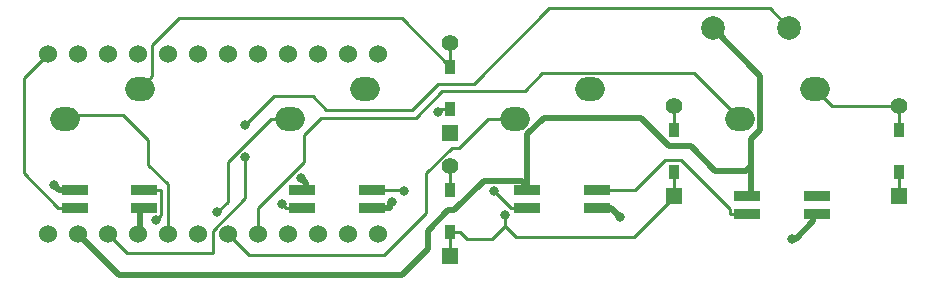
<source format=gbl>
G04 #@! TF.GenerationSoftware,KiCad,Pcbnew,(7.0.0)*
G04 #@! TF.CreationDate,2023-03-28T15:00:26+09:00*
G04 #@! TF.ProjectId,kosame4,6b6f7361-6d65-4342-9e6b-696361645f70,rev?*
G04 #@! TF.SameCoordinates,Original*
G04 #@! TF.FileFunction,Copper,L2,Bot*
G04 #@! TF.FilePolarity,Positive*
%FSLAX46Y46*%
G04 Gerber Fmt 4.6, Leading zero omitted, Abs format (unit mm)*
G04 Created by KiCad (PCBNEW (7.0.0)) date 2023-03-28 15:00:26*
%MOMM*%
%LPD*%
G01*
G04 APERTURE LIST*
G04 #@! TA.AperFunction,SMDPad,CuDef*
%ADD10R,2.200000X0.820000*%
G04 #@! TD*
G04 #@! TA.AperFunction,ComponentPad*
%ADD11O,2.500000X2.000000*%
G04 #@! TD*
G04 #@! TA.AperFunction,ComponentPad*
%ADD12R,1.397000X1.397000*%
G04 #@! TD*
G04 #@! TA.AperFunction,SMDPad,CuDef*
%ADD13R,0.950000X1.300000*%
G04 #@! TD*
G04 #@! TA.AperFunction,ComponentPad*
%ADD14C,1.397000*%
G04 #@! TD*
G04 #@! TA.AperFunction,ComponentPad*
%ADD15C,1.524000*%
G04 #@! TD*
G04 #@! TA.AperFunction,ComponentPad*
%ADD16C,2.000000*%
G04 #@! TD*
G04 #@! TA.AperFunction,ViaPad*
%ADD17C,0.800000*%
G04 #@! TD*
G04 #@! TA.AperFunction,Conductor*
%ADD18C,0.500000*%
G04 #@! TD*
G04 #@! TA.AperFunction,Conductor*
%ADD19C,0.250000*%
G04 #@! TD*
G04 APERTURE END LIST*
D10*
X62699999Y-36829999D03*
X56799999Y-36829999D03*
X56799999Y-38329999D03*
X62699999Y-38329999D03*
D11*
X36671299Y-30797499D03*
X43021299Y-28257499D03*
D12*
X69341999Y-32006999D03*
D13*
X69341999Y-29971999D03*
X69341999Y-26421999D03*
D14*
X69342000Y-24387000D03*
D15*
X35242500Y-25307200D03*
X37782500Y-25307200D03*
X40322500Y-25307200D03*
X42862500Y-25307200D03*
X45402500Y-25307200D03*
X47942500Y-25307200D03*
X50482500Y-25307200D03*
X53022500Y-25307200D03*
X55562500Y-25307200D03*
X58102500Y-25307200D03*
X60642500Y-25307200D03*
X63182500Y-25307200D03*
X63182500Y-40527200D03*
X60642500Y-40527200D03*
X58102500Y-40527200D03*
X55562500Y-40527200D03*
X53022500Y-40527200D03*
X50482500Y-40527200D03*
X47942500Y-40527200D03*
X45402500Y-40527200D03*
X42862500Y-40527200D03*
X40322500Y-40527200D03*
X37782500Y-40527200D03*
X35242500Y-40527200D03*
D10*
X100362499Y-37349999D03*
X94462499Y-37349999D03*
X94462499Y-38849999D03*
X100362499Y-38849999D03*
X43431299Y-36829999D03*
X37531299Y-36829999D03*
X37531299Y-38329999D03*
X43431299Y-38329999D03*
X81749999Y-36829999D03*
X75849999Y-36829999D03*
X75849999Y-38329999D03*
X81749999Y-38329999D03*
D11*
X55721299Y-30797499D03*
X62071299Y-28257499D03*
X74771299Y-30797499D03*
X81121299Y-28257499D03*
D12*
X107314999Y-37334999D03*
D13*
X107314999Y-35299999D03*
X107314999Y-31749999D03*
D14*
X107315000Y-29715000D03*
D12*
X69341999Y-42417999D03*
D13*
X69341999Y-40382999D03*
X69341999Y-36832999D03*
D14*
X69342000Y-34798000D03*
D12*
X88264999Y-37334999D03*
D13*
X88264999Y-35299999D03*
X88264999Y-31749999D03*
D14*
X88265000Y-29715000D03*
D11*
X93821299Y-30797499D03*
X100171299Y-28257499D03*
D16*
X98044000Y-23114000D03*
X91544000Y-23114000D03*
D17*
X68259000Y-30254900D03*
X73921100Y-38955100D03*
X83726100Y-39127100D03*
X98291300Y-40946100D03*
X64405600Y-37844500D03*
X44437700Y-39355400D03*
X55054800Y-38009900D03*
X56682900Y-35807000D03*
X35777800Y-36406800D03*
X65431100Y-36935500D03*
X73030400Y-36935500D03*
X49591900Y-38735100D03*
X51950000Y-31350000D03*
X51950000Y-34050000D03*
D18*
X41305300Y-44050000D02*
X37782500Y-40527200D01*
X67400000Y-41850000D02*
X65200000Y-44050000D01*
X69150000Y-38550000D02*
X67400000Y-40300000D01*
X72141500Y-36058500D02*
X69650000Y-38550000D01*
X69650000Y-38550000D02*
X69150000Y-38550000D01*
X75428500Y-36058500D02*
X72141500Y-36058500D01*
X65200000Y-44050000D02*
X41305300Y-44050000D01*
X76200000Y-36830000D02*
X75428500Y-36058500D01*
X67400000Y-40300000D02*
X67400000Y-41850000D01*
D19*
X67307900Y-35382600D02*
X69447300Y-33243200D01*
X69447300Y-33243200D02*
X70049600Y-33243200D01*
X67307900Y-38792100D02*
X67307900Y-35382600D01*
X70049600Y-33243200D02*
X72495300Y-30797500D01*
X72495300Y-30797500D02*
X74771300Y-30797500D01*
X52305300Y-42350000D02*
X63750000Y-42350000D01*
X50482500Y-40527200D02*
X52305300Y-42350000D01*
X63750000Y-42350000D02*
X67307900Y-38792100D01*
X89956300Y-26932500D02*
X93821300Y-30797500D01*
X77131300Y-26932500D02*
X89956300Y-26932500D01*
X75613800Y-28450000D02*
X77131300Y-26932500D01*
X66400000Y-30700000D02*
X68650000Y-28450000D01*
X58350000Y-30700000D02*
X66400000Y-30700000D01*
X56900000Y-32150000D02*
X58350000Y-30700000D01*
X56900000Y-34495100D02*
X56900000Y-32150000D01*
X68650000Y-28450000D02*
X75613800Y-28450000D01*
X53022500Y-38372600D02*
X56900000Y-34495100D01*
X53022500Y-40527200D02*
X53022500Y-38372600D01*
X68250000Y-27850000D02*
X71300000Y-27850000D01*
X58834800Y-30034800D02*
X66065200Y-30034800D01*
X66065200Y-30034800D02*
X68250000Y-27850000D01*
X71300000Y-27850000D02*
X77700000Y-21450000D01*
X96380000Y-21450000D02*
X98044000Y-23114000D01*
X57700000Y-28900000D02*
X58834800Y-30034800D01*
X54400000Y-28900000D02*
X57700000Y-28900000D01*
X77700000Y-21450000D02*
X96380000Y-21450000D01*
X51950000Y-31350000D02*
X54400000Y-28900000D01*
X44100000Y-27178800D02*
X43021300Y-28257500D01*
X44100000Y-24550000D02*
X44100000Y-27178800D01*
X46350000Y-22300000D02*
X44100000Y-24550000D01*
X65220000Y-22300000D02*
X46350000Y-22300000D01*
X69342000Y-26422000D02*
X65220000Y-22300000D01*
X69342000Y-24387000D02*
X69342000Y-26422000D01*
X70142100Y-40383000D02*
X70709100Y-40950000D01*
X74918900Y-40850000D02*
X84850000Y-40850000D01*
X69342000Y-40383000D02*
X69342000Y-42418000D01*
X88265000Y-37435000D02*
X88265000Y-37335000D01*
X69342000Y-29972000D02*
X68541900Y-29972000D01*
X68259000Y-30254900D02*
X68541900Y-29972000D01*
X88265000Y-35300000D02*
X88265000Y-37335000D01*
X73921100Y-38955100D02*
X73921100Y-39852200D01*
X69342000Y-40383000D02*
X70142100Y-40383000D01*
X73921100Y-39852200D02*
X74918900Y-40850000D01*
X84850000Y-40850000D02*
X88265000Y-37435000D01*
X72823300Y-40950000D02*
X73921100Y-39852200D01*
X107315000Y-35300000D02*
X107315000Y-37335000D01*
X70709100Y-40950000D02*
X72823300Y-40950000D01*
X69342000Y-34798000D02*
X69342000Y-36833000D01*
X88265000Y-31750000D02*
X88265000Y-29715000D01*
X107315000Y-29715000D02*
X107315000Y-31750000D01*
X100171300Y-28257500D02*
X101628800Y-29715000D01*
X101628800Y-29715000D02*
X107315000Y-29715000D01*
D18*
X98563600Y-40946100D02*
X100012500Y-39497200D01*
X64405600Y-37844500D02*
X64250100Y-38000000D01*
X83726100Y-39126100D02*
X82930000Y-38330000D01*
X98291300Y-40946100D02*
X98563600Y-40946100D01*
X62350000Y-38330000D02*
X64250100Y-38330000D01*
X83726100Y-39127100D02*
X83726100Y-39126100D01*
X42862500Y-40527200D02*
X43081300Y-40308400D01*
X64250100Y-38000000D02*
X64250100Y-38330000D01*
X43081300Y-40308400D02*
X43081300Y-38330000D01*
X100012500Y-39497200D02*
X100012500Y-38850000D01*
X82930000Y-38330000D02*
X81400000Y-38330000D01*
D19*
X43081300Y-36830000D02*
X44856400Y-36830000D01*
X44856400Y-38936700D02*
X44437700Y-39355400D01*
X55374900Y-38330000D02*
X55054800Y-38009900D01*
X57150000Y-38330000D02*
X55374900Y-38330000D01*
X44856400Y-36830000D02*
X44856400Y-38936700D01*
D18*
X91746100Y-35200000D02*
X94351200Y-35200000D01*
X57150000Y-36274100D02*
X57150000Y-36830000D01*
X91544000Y-23114000D02*
X95569400Y-27139400D01*
X76200000Y-36830000D02*
X75850000Y-36480000D01*
X94812500Y-32535600D02*
X94812500Y-34738700D01*
X36201000Y-36830000D02*
X35777800Y-36406800D01*
X87865100Y-33130500D02*
X89676600Y-33130500D01*
X85434600Y-30700000D02*
X87865100Y-33130500D01*
X75850000Y-32100000D02*
X77250000Y-30700000D01*
X56682900Y-35807000D02*
X57150000Y-36274100D01*
X75850000Y-36480000D02*
X75850000Y-32100000D01*
X95569400Y-31778700D02*
X94812500Y-32535600D01*
X94812500Y-34738700D02*
X94812500Y-37350000D01*
X37881300Y-36830000D02*
X36201000Y-36830000D01*
X77250000Y-30700000D02*
X85434600Y-30700000D01*
X94351200Y-35200000D02*
X94812500Y-34738700D01*
X89676600Y-33130500D02*
X91746100Y-35200000D01*
X95569400Y-27139400D02*
X95569400Y-31778700D01*
D19*
X33200000Y-27349700D02*
X33200000Y-35423800D01*
X36106200Y-38330000D02*
X37881300Y-38330000D01*
X33200000Y-35423800D02*
X36106200Y-38330000D01*
X35242500Y-25307200D02*
X33200000Y-27349700D01*
X76200000Y-38330000D02*
X74424900Y-38330000D01*
X62350000Y-36830000D02*
X64125100Y-36830000D01*
X64125100Y-36830000D02*
X65325600Y-36830000D01*
X74424900Y-38330000D02*
X73030400Y-36935500D01*
X65325600Y-36830000D02*
X65431100Y-36935500D01*
X93037400Y-38476500D02*
X93037400Y-38850000D01*
X87466500Y-34324800D02*
X88885700Y-34324800D01*
X94812500Y-38850000D02*
X93037400Y-38850000D01*
X84961300Y-36830000D02*
X87466500Y-34324800D01*
X81400000Y-36830000D02*
X84961300Y-36830000D01*
X88885700Y-34324800D02*
X93037400Y-38476500D01*
X45402500Y-40527200D02*
X45402500Y-36328700D01*
X45402500Y-36328700D02*
X43763800Y-34690000D01*
X43763800Y-32563800D02*
X41650000Y-30450000D01*
X41650000Y-30450000D02*
X37018800Y-30450000D01*
X37018800Y-30450000D02*
X36671300Y-30797500D01*
X43763800Y-34690000D02*
X43763800Y-32563800D01*
X50462600Y-37864400D02*
X50462600Y-34481100D01*
X49591900Y-38735100D02*
X50462600Y-37864400D01*
X50462600Y-34481100D02*
X54146200Y-30797500D01*
X55721300Y-30797500D02*
X54146200Y-30797500D01*
X49200000Y-40272449D02*
X49200000Y-42200000D01*
X51950000Y-34100000D02*
X51950000Y-37522449D01*
X51950000Y-34100000D02*
X51950000Y-34050000D01*
X49200000Y-42200000D02*
X41995300Y-42200000D01*
X51950000Y-37522449D02*
X49200000Y-40272449D01*
X41995300Y-42200000D02*
X40322500Y-40527200D01*
M02*

</source>
